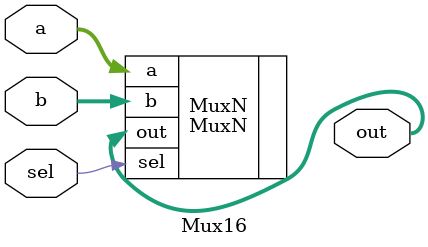
<source format=v>
module Mux16 (
  input wire [15:0] a, b,
  input wire sel,
  output wire [15:0] out
);

MuxN #(.width(16)) MuxN(.a(a), .b(b), .sel(sel), .out(out));

endmodule

</source>
